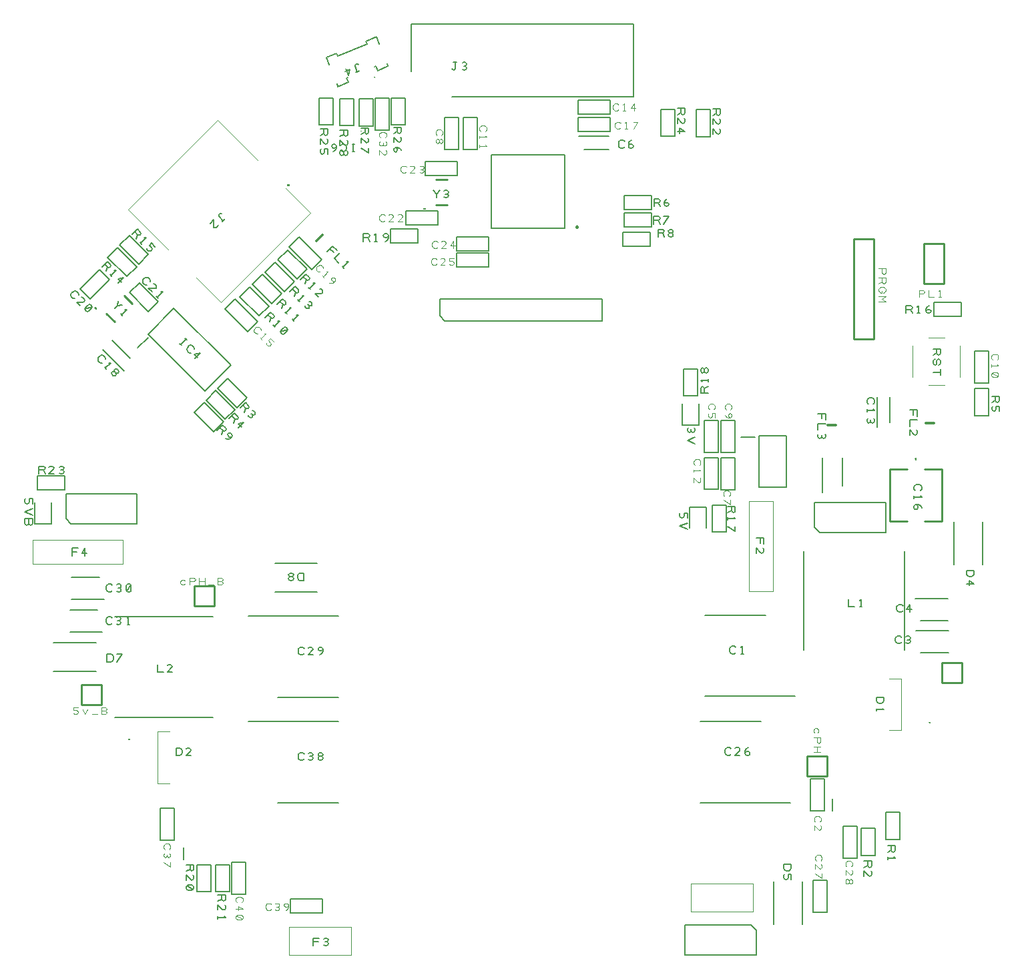
<source format=gto>
G04 DesignSpark PCB Gerber Version 12.0 Build 5942*
%FSLAX35Y35*%
%MOMM*%
%ADD12C,0.10000*%
%ADD11C,0.12700*%
%ADD10C,0.20000*%
%ADD13C,0.20320*%
%ADD16C,0.25000*%
%ADD14C,0.25400*%
%ADD15C,0.30000*%
X0Y0D02*
D02*
D10*
X39609430Y45521760D02*
Y45251760D01*
X39819430D01*
Y45521760D01*
X39845930Y43382260D02*
X40385930D01*
X40052430Y43881760D02*
X40464930D01*
X40074930Y44291760D02*
X40487430D01*
X40385930Y43744260D02*
X39845930D01*
X40402430Y44161760D02*
X40052430D01*
X40424930Y44571760D02*
X40074930D01*
X40471460Y47461060D02*
X40740160Y47192360D01*
X40619930Y42794260D02*
X41869930D01*
X40798470Y42518260D02*
G75*
G02*
X40808470I5000J0D01*
G01*
G75*
G03*
X40798470I-5000J0D01*
G01*
X40808470D02*
G75*
G02*
X40798470I-5000J0D01*
G01*
X40808470D02*
X40814400Y47351460D02*
X40588130Y47577730D01*
X40913860Y47486510D02*
X41041140Y47613790D01*
X41044670Y47659750D02*
X41369940Y47985020D01*
X42091190Y47263770D01*
X41765920Y46938500D01*
X41044670Y47659750D01*
X41491930Y40996760D02*
Y41149260D01*
X41869930Y44074260D02*
X40619930D01*
X42313430Y42746760D02*
X43460930D01*
X42313430Y44084260D02*
X43460930D01*
X42652930Y44387060D02*
X43186930D01*
X42688430Y41716760D02*
X43460930D01*
X42688430Y43054260D02*
X43460930D01*
X42815770Y49556740D02*
G75*
G02*
X42829910Y49542600I7070J-7070D01*
G01*
X42815770Y49556740D02*
G75*
G03*
X42829910Y49542600I7070J-7070D01*
G01*
X43186930Y44749460D02*
X42652930D01*
X43437310Y50838610D02*
X43452290Y50801520D01*
X43584410Y50854900D01*
X43561940Y50910530D01*
X43580480Y50918030D01*
X43914270Y51052880D02*
X43932810Y51060380D01*
X43955290Y51004740D01*
X44087410Y51058130D01*
X44072430Y51095210D01*
X43975030Y51336280D02*
X43937570Y51429000D01*
X43805450Y51375620D01*
X43820430Y51338530D01*
X43449560Y51188690D01*
X43434570Y51225780D01*
X43302450Y51172390D01*
X43339910Y51079680D01*
X44894930Y50673260D02*
X47202930D01*
Y51598260D01*
X44384930D01*
Y50988760D01*
X46328430Y49002760D02*
X45398430D01*
Y49932760D01*
X46328430D01*
Y49002760D01*
X46569930Y50004160D02*
X46889930D01*
Y50169160D02*
X46509930D01*
X47820930Y46773260D02*
Y46503260D01*
X48030930D01*
Y46773260D01*
X48121430Y45197760D02*
Y45467760D01*
X47911430D01*
Y45197760D01*
X48564930Y46353760D02*
X48739930D01*
X48792430Y46366260D02*
X49142430D01*
Y45716260D01*
X48792430D01*
Y46366260D01*
X48817430Y42746760D02*
X48044930D01*
X48877430Y44095260D02*
X48104930D01*
X48981730Y40710260D02*
Y40176260D01*
X49192430Y41716760D02*
X48044930D01*
X49252430Y43065260D02*
X48104930D01*
X49344130Y40176260D02*
Y40710260D01*
X49359930Y44901760D02*
Y43651760D01*
X49593930Y45647760D02*
Y46089260D01*
X49726930Y41614260D02*
Y41766760D01*
X49848930Y45739260D02*
Y46089260D01*
X50289430Y46861760D02*
Y46481760D01*
X50454430Y46541760D02*
Y46861760D01*
X50639930Y43651760D02*
Y44901760D01*
X50839930Y44021760D02*
X51189930D01*
X50844930Y43621760D02*
X51194930D01*
X50953890Y42732760D02*
G75*
G03*
X50963890I5000J0D01*
G01*
X50953890D02*
G75*
G02*
X50963890I5000J0D01*
G01*
X50953890D02*
X50963890D02*
G75*
G02*
X50953890I-5000J0D01*
G01*
X51189930Y44301760D02*
X50777430D01*
X51194930Y43901760D02*
X50782430D01*
X51263430Y45276760D02*
Y44736760D01*
X51625430D02*
Y45276760D01*
D02*
D11*
X39489180Y45572260D02*
X39481240Y45556380D01*
Y45532570D01*
X39489180Y45516700D01*
X39505060Y45508760D01*
X39512990D01*
X39528870Y45516700D01*
X39536810Y45532570D01*
Y45572260D01*
X39576490D01*
Y45508760D01*
Y45445260D02*
X39481240Y45405570D01*
X39576490Y45365880D01*
X39528870Y45262700D02*
X39520930Y45246820D01*
X39505060Y45238880D01*
X39489180Y45246820D01*
X39481240Y45262700D01*
Y45318260D01*
X39576490D01*
Y45262700D01*
X39568560Y45246820D01*
X39552680Y45238880D01*
X39536810Y45246820D01*
X39528870Y45262700D01*
Y45318260D01*
X39657930Y45888970D02*
Y45984220D01*
X39713490D01*
X39729370Y45976290D01*
X39737310Y45960410D01*
X39729370Y45944540D01*
X39713490Y45936600D01*
X39657930D01*
X39713490D02*
X39737310Y45888970D01*
X39848430D02*
X39784930D01*
X39840490Y45944540D01*
X39848430Y45960410D01*
X39840490Y45976290D01*
X39824620Y45984220D01*
X39800810D01*
X39784930Y45976290D01*
X39919870Y45896910D02*
X39935740Y45888970D01*
X39951620D01*
X39967490Y45896910D01*
X39975430Y45912790D01*
X39967490Y45928660D01*
X39951620Y45936600D01*
X39935740D01*
X39951620D02*
X39967490Y45944540D01*
X39975430Y45960410D01*
X39967490Y45976290D01*
X39951620Y45984220D01*
X39935740D01*
X39919870Y45976290D01*
X40000730Y45635960D02*
X40904130D01*
Y45256560D01*
X40064230D01*
X40000730Y45320060D01*
Y45635960D01*
X40117030Y48112590D02*
X40105800D01*
X40088950Y48118210D01*
X40072120Y48135050D01*
X40066510Y48151880D01*
Y48163110D01*
X40072120Y48179950D01*
X40094570Y48202400D01*
X40111410Y48208010D01*
X40122640D01*
X40139470Y48202400D01*
X40156300Y48185560D01*
X40161930Y48168730D01*
Y48157500D01*
X40184370Y48022790D02*
X40139470Y48067690D01*
X40218050Y48067700D01*
X40234890Y48073310D01*
X40240500Y48090150D01*
X40234890Y48106980D01*
X40218050Y48123820D01*
X40201210Y48129440D01*
X40240500Y47977890D02*
X40246110Y47961050D01*
X40257340Y47949830D01*
X40274170Y47944220D01*
X40291020Y47949830D01*
X40324690Y47983510D01*
X40330300Y48000350D01*
X40324690Y48017180D01*
X40313460Y48028410D01*
X40296630Y48034020D01*
X40279790Y48028410D01*
X40246110Y47994730D01*
X40240500Y47977890D01*
X40330300Y48000350D01*
X40076930Y44850070D02*
Y44945320D01*
X40156310D01*
X40140430Y44897700D02*
X40076930D01*
X40243620Y44850070D02*
Y44945320D01*
X40203930Y44881820D01*
X40267430D01*
X40457530Y47297190D02*
X40446300D01*
X40429450Y47302810D01*
X40412620Y47319650D01*
X40407010Y47336480D01*
Y47347710D01*
X40412620Y47364550D01*
X40435070Y47387000D01*
X40451910Y47392610D01*
X40463140D01*
X40479970Y47387000D01*
X40496800Y47370160D01*
X40502430Y47353330D01*
Y47342100D01*
X40491200Y47241060D02*
X40513650Y47218610D01*
X40502420Y47229840D02*
X40569770Y47297190D01*
X40547330D01*
X40620290Y47179330D02*
X40631520Y47168110D01*
X40648350Y47162500D01*
X40665190Y47168110D01*
X40670800Y47184950D01*
X40665190Y47201780D01*
X40653960Y47213010D01*
X40637130Y47218620D01*
X40620290Y47213010D01*
X40614680Y47196170D01*
X40620290Y47179330D01*
X40603450Y47184940D01*
X40586610Y47179330D01*
X40581000Y47162490D01*
X40586610Y47145650D01*
X40597840Y47134430D01*
X40614670Y47128820D01*
X40631520Y47134430D01*
X40637120Y47151270D01*
X40631520Y47168110D01*
X40458570Y48516100D02*
X40525920Y48583450D01*
X40565200Y48544160D01*
X40570830Y48527330D01*
X40565210Y48510480D01*
X40548380Y48504870D01*
X40531530Y48510490D01*
X40492250Y48549780D01*
X40531530Y48510490D02*
X40514700Y48459970D01*
X40559600Y48415060D02*
X40582050Y48392610D01*
X40570820Y48403840D02*
X40638170Y48471190D01*
X40615730D01*
X40666240Y48308430D02*
X40733590Y48375780D01*
X40660620Y48358940D01*
X40705520Y48314040D01*
X40588210Y43992650D02*
X40580270Y43984710D01*
X40564390Y43976770D01*
X40540580D01*
X40524710Y43984710D01*
X40516770Y43992650D01*
X40508830Y44008520D01*
Y44040270D01*
X40516770Y44056150D01*
X40524710Y44064090D01*
X40540580Y44072020D01*
X40564390D01*
X40580270Y44064090D01*
X40588210Y44056150D01*
X40643770Y43984710D02*
X40659640Y43976770D01*
X40675520D01*
X40691390Y43984710D01*
X40699330Y44000590D01*
X40691390Y44016460D01*
X40675520Y44024400D01*
X40659640D01*
X40675520D02*
X40691390Y44032340D01*
X40699330Y44048210D01*
X40691390Y44064090D01*
X40675520Y44072020D01*
X40659640D01*
X40643770Y44064090D01*
X40778710Y43976770D02*
X40810460D01*
X40794580D02*
Y44072020D01*
X40778710Y44056150D01*
X40591010Y44407150D02*
X40583070Y44399210D01*
X40567190Y44391270D01*
X40543380D01*
X40527510Y44399210D01*
X40519570Y44407150D01*
X40511630Y44423020D01*
Y44454770D01*
X40519570Y44470650D01*
X40527510Y44478590D01*
X40543380Y44486520D01*
X40567190D01*
X40583070Y44478590D01*
X40591010Y44470650D01*
X40646570Y44399210D02*
X40662440Y44391270D01*
X40678320D01*
X40694190Y44399210D01*
X40702130Y44415090D01*
X40694190Y44430960D01*
X40678320Y44438900D01*
X40662440D01*
X40678320D02*
X40694190Y44446840D01*
X40702130Y44462710D01*
X40694190Y44478590D01*
X40678320Y44486520D01*
X40662440D01*
X40646570Y44478590D01*
X40773570Y44399210D02*
X40789440Y44391270D01*
X40805320D01*
X40821190Y44399210D01*
X40829130Y44415090D01*
Y44462710D01*
X40821190Y44478590D01*
X40805320Y44486520D01*
X40789440D01*
X40773570Y44478590D01*
X40765630Y44462710D01*
Y44415090D01*
X40773570Y44399210D01*
X40821190Y44478590D01*
X40523030Y43502970D02*
Y43598220D01*
X40570660D01*
X40586530Y43590290D01*
X40594470Y43582350D01*
X40602410Y43566470D01*
Y43534720D01*
X40594470Y43518850D01*
X40586530Y43510910D01*
X40570660Y43502970D01*
X40523030D01*
X40650030D02*
X40713530Y43598220D01*
X40650030D01*
X40620830Y47988530D02*
X40654510Y48022210D01*
X40660120Y48083950D01*
X40654510Y48022210D02*
X40716250Y48027820D01*
X40693800Y47915560D02*
X40716250Y47893110D01*
X40705020Y47904340D02*
X40772370Y47971690D01*
X40749930D01*
X40839870Y48925700D02*
X40907220Y48993050D01*
X40946500Y48953760D01*
X40952130Y48936930D01*
X40946510Y48920080D01*
X40929680Y48914470D01*
X40912830Y48920090D01*
X40873550Y48959380D01*
X40912830Y48920090D02*
X40896000Y48869570D01*
X40940900Y48824660D02*
X40963350Y48802210D01*
X40952120Y48813440D02*
X41019470Y48880790D01*
X40997030D01*
X41025090Y48751710D02*
X41030700Y48734860D01*
X41047540Y48718030D01*
X41064370Y48712420D01*
X41081220Y48718030D01*
X41086820Y48723640D01*
X41092440Y48740480D01*
X41086830Y48757320D01*
X41058770Y48785390D01*
X41086820Y48813440D01*
X41131720Y48768540D01*
X41025630Y48284690D02*
X41014400D01*
X40997550Y48290310D01*
X40980720Y48307150D01*
X40975110Y48323980D01*
Y48335210D01*
X40980720Y48352050D01*
X41003170Y48374500D01*
X41020010Y48380110D01*
X41031240D01*
X41048070Y48374500D01*
X41064900Y48357660D01*
X41070530Y48340830D01*
Y48329600D01*
X41092970Y48194890D02*
X41048070Y48239790D01*
X41126650Y48239800D01*
X41143490Y48245410D01*
X41149100Y48262250D01*
X41143490Y48279080D01*
X41126650Y48295920D01*
X41109810Y48301540D01*
X41149100Y48138760D02*
X41171550Y48116310D01*
X41160320Y48127540D02*
X41227670Y48194890D01*
X41205230D01*
X41159930Y43468320D02*
Y43373070D01*
X41239310D01*
X41350430D02*
X41286930D01*
X41342490Y43428640D01*
X41350430Y43444510D01*
X41342490Y43460390D01*
X41326620Y43468320D01*
X41302810D01*
X41286930Y43460390D01*
X41371330Y41238260D02*
Y41644260D01*
X41193530D01*
Y41238260D01*
X41371330D01*
X41397370Y42313070D02*
Y42408320D01*
X41445000D01*
X41460870Y42400390D01*
X41468810Y42392450D01*
X41476750Y42376570D01*
Y42344820D01*
X41468810Y42328950D01*
X41460870Y42321010D01*
X41445000Y42313070D01*
X41397370D01*
X41587870D02*
X41524370D01*
X41579930Y42368640D01*
X41587870Y42384510D01*
X41579930Y42400390D01*
X41564060Y42408320D01*
X41540250D01*
X41524370Y42400390D01*
X41445000Y47541860D02*
X41467450Y47519410D01*
X41456230Y47530630D02*
X41523580Y47597980D01*
X41512350Y47609210D02*
X41534800Y47586760D01*
X41585330Y47423990D02*
X41574100D01*
X41557260Y47429610D01*
X41540420Y47446440D01*
X41534810Y47463280D01*
Y47474510D01*
X41540420Y47491340D01*
X41562870Y47513790D01*
X41579710Y47519410D01*
X41590940D01*
X41607770Y47513790D01*
X41624610Y47496960D01*
X41630230Y47480120D01*
Y47468890D01*
X41635840Y47351030D02*
X41703190Y47418380D01*
X41630220Y47401540D01*
X41675120Y47356640D01*
X41527740Y40925760D02*
X41622990D01*
Y40870200D01*
X41615060Y40854320D01*
X41599180Y40846380D01*
X41583310Y40854320D01*
X41575370Y40870200D01*
Y40925760D01*
Y40870200D02*
X41527740Y40846380D01*
Y40735260D02*
Y40798760D01*
X41583310Y40743200D01*
X41599180Y40735260D01*
X41615060Y40743200D01*
X41622990Y40759070D01*
Y40782880D01*
X41615060Y40798760D01*
X41535680Y40663820D02*
X41527740Y40647950D01*
Y40632070D01*
X41535680Y40616200D01*
X41551560Y40608260D01*
X41599180D01*
X41615060Y40616200D01*
X41622990Y40632070D01*
Y40647950D01*
X41615060Y40663820D01*
X41599180Y40671760D01*
X41551560D01*
X41535680Y40663820D01*
X41615060Y40616200D01*
X41920770Y46440100D02*
X41988120Y46507450D01*
X42027400Y46468160D01*
X42033030Y46451330D01*
X42027410Y46434480D01*
X42010580Y46428870D01*
X41993730Y46434490D01*
X41954450Y46473780D01*
X41993730Y46434490D02*
X41976900Y46383970D01*
X42027400Y46333460D02*
X42044250Y46327840D01*
X42066700Y46327850D01*
X42089150Y46339070D01*
X42105990Y46355910D01*
X42111600Y46372750D01*
X42105990Y46389580D01*
X42094760Y46400810D01*
X42077930Y46406420D01*
X42061080Y46400810D01*
X42055480Y46383970D01*
X42061080Y46367140D01*
X42072310Y46355910D01*
X42089150Y46350300D01*
X42105990Y46355910D01*
X41929740Y40545460D02*
X42024990D01*
Y40489900D01*
X42017060Y40474020D01*
X42001180Y40466080D01*
X41985310Y40474020D01*
X41977370Y40489900D01*
Y40545460D01*
Y40489900D02*
X41929740Y40466080D01*
Y40354960D02*
Y40418460D01*
X41985310Y40362900D01*
X42001180Y40354960D01*
X42017060Y40362900D01*
X42024990Y40378770D01*
Y40402580D01*
X42017060Y40418460D01*
X41929740Y40275580D02*
Y40243830D01*
Y40259710D02*
X42024990D01*
X42009120Y40275580D01*
X41974450Y49189620D02*
X41963220D01*
X41946380Y49184020D01*
X41940770Y49167170D01*
Y49155950D01*
X41996890Y49099820D01*
X41985670Y49088600D01*
X41996890Y49099820D02*
X42019340Y49122270D01*
X41828510Y49066150D02*
X41873410Y49111050D01*
X41873420Y49032470D01*
X41879030Y49015630D01*
X41895870Y49010020D01*
X41912700Y49015630D01*
X41929540Y49032470D01*
X41935160Y49049310D01*
X42073770Y46590600D02*
X42141120Y46657950D01*
X42180400Y46618660D01*
X42186030Y46601830D01*
X42180410Y46584980D01*
X42163580Y46579370D01*
X42146730Y46584990D01*
X42107450Y46624280D01*
X42146730Y46584990D02*
X42129900Y46534470D01*
X42191630Y46472730D02*
X42258990Y46540080D01*
X42186020Y46523240D01*
X42230920Y46478340D01*
X42103030Y40957760D02*
Y40551760D01*
X42280830D01*
Y40957760D01*
X42103030D01*
X42211770Y46726100D02*
X42279120Y46793450D01*
X42318400Y46754160D01*
X42324030Y46737330D01*
X42318410Y46720480D01*
X42301580Y46714870D01*
X42284730Y46720490D01*
X42245450Y46759780D01*
X42284730Y46720490D02*
X42267900Y46669970D01*
X42312800Y46636290D02*
X42318400Y46619460D01*
X42329630Y46608230D01*
X42346470Y46602620D01*
X42363310Y46608240D01*
X42368920Y46625070D01*
X42363310Y46641910D01*
X42352080Y46653140D01*
X42363310Y46641910D02*
X42380150Y46636300D01*
X42396990Y46641910D01*
X42402600Y46658750D01*
X42396990Y46675580D01*
X42385760Y46686810D01*
X42368930Y46692420D01*
X42434190Y47820230D02*
X42147100Y48107310D01*
X42021380Y47981590D01*
X42308460Y47694500D01*
X42434190Y47820230D01*
X42530970Y47872900D02*
X42598320Y47940250D01*
X42637600Y47900960D01*
X42643230Y47884130D01*
X42637610Y47867280D01*
X42620780Y47861670D01*
X42603930Y47867290D01*
X42564650Y47906580D01*
X42603930Y47867290D02*
X42587100Y47816770D01*
X42632000Y47771860D02*
X42654450Y47749410D01*
X42643220Y47760640D02*
X42710570Y47827990D01*
X42688130D01*
X42721800Y47693290D02*
X42727410Y47676450D01*
X42738640Y47665230D01*
X42755470Y47659620D01*
X42772320Y47665230D01*
X42805990Y47698910D01*
X42811600Y47715750D01*
X42805990Y47732580D01*
X42794760Y47743810D01*
X42777930Y47749420D01*
X42761090Y47743810D01*
X42727410Y47710130D01*
X42721800Y47693290D01*
X42811600Y47715750D01*
X42679770Y48040100D02*
X42747120Y48107450D01*
X42786400Y48068160D01*
X42792030Y48051330D01*
X42786410Y48034480D01*
X42769580Y48028870D01*
X42752730Y48034490D01*
X42713450Y48073780D01*
X42752730Y48034490D02*
X42735900Y47983970D01*
X42780800Y47939060D02*
X42803250Y47916610D01*
X42792020Y47927840D02*
X42859370Y47995190D01*
X42836930D01*
X42870600Y47849260D02*
X42893050Y47826810D01*
X42881820Y47838040D02*
X42949170Y47905390D01*
X42926730D01*
X42841470Y48196900D02*
X42908820Y48264250D01*
X42948100Y48224960D01*
X42953730Y48208130D01*
X42948110Y48191280D01*
X42931280Y48185670D01*
X42914430Y48191290D01*
X42875150Y48230580D01*
X42914430Y48191290D02*
X42897600Y48140770D01*
X42942500Y48095860D02*
X42964950Y48073410D01*
X42953720Y48084640D02*
X43021070Y48151990D01*
X42998630D01*
X43032300Y48017290D02*
X43037910Y48000450D01*
X43049140Y47989230D01*
X43065970Y47983620D01*
X43082820Y47989230D01*
X43088420Y48006070D01*
X43082820Y48022910D01*
X43071590Y48034130D01*
X43082820Y48022910D02*
X43099650Y48017300D01*
X43116490Y48022910D01*
X43122100Y48039750D01*
X43116490Y48056580D01*
X43105260Y48067810D01*
X43088430Y48073420D01*
X43025310Y42271450D02*
X43017370Y42263510D01*
X43001490Y42255570D01*
X42977680D01*
X42961810Y42263510D01*
X42953870Y42271450D01*
X42945930Y42287320D01*
Y42319070D01*
X42953870Y42334950D01*
X42961810Y42342890D01*
X42977680Y42350820D01*
X43001490D01*
X43017370Y42342890D01*
X43025310Y42334950D01*
X43080870Y42263510D02*
X43096740Y42255570D01*
X43112620D01*
X43128490Y42263510D01*
X43136430Y42279390D01*
X43128490Y42295260D01*
X43112620Y42303200D01*
X43096740D01*
X43112620D02*
X43128490Y42311140D01*
X43136430Y42327010D01*
X43128490Y42342890D01*
X43112620Y42350820D01*
X43096740D01*
X43080870Y42342890D01*
X43223740Y42303200D02*
X43239620D01*
X43255490Y42311140D01*
X43263430Y42327010D01*
X43255490Y42342890D01*
X43239620Y42350820D01*
X43223740D01*
X43207870Y42342890D01*
X43199930Y42327010D01*
X43207870Y42311140D01*
X43223740Y42303200D01*
X43207870Y42295260D01*
X43199930Y42279390D01*
X43207870Y42263510D01*
X43223740Y42255570D01*
X43239620D01*
X43255490Y42263510D01*
X43263430Y42279390D01*
X43255490Y42295260D01*
X43239620Y42303200D01*
X43025310Y43608950D02*
X43017370Y43601010D01*
X43001490Y43593070D01*
X42977680D01*
X42961810Y43601010D01*
X42953870Y43608950D01*
X42945930Y43624820D01*
Y43656570D01*
X42953870Y43672450D01*
X42961810Y43680390D01*
X42977680Y43688320D01*
X43001490D01*
X43017370Y43680390D01*
X43025310Y43672450D01*
X43136430Y43593070D02*
X43072930D01*
X43128490Y43648640D01*
X43136430Y43664510D01*
X43128490Y43680390D01*
X43112620Y43688320D01*
X43088810D01*
X43072930Y43680390D01*
X43223740Y43593070D02*
X43239620Y43601010D01*
X43255490Y43616890D01*
X43263430Y43640700D01*
Y43664510D01*
X43255490Y43680390D01*
X43239620Y43688320D01*
X43223740D01*
X43207870Y43680390D01*
X43199930Y43664510D01*
X43207870Y43648640D01*
X43223740Y43640700D01*
X43239620D01*
X43255490Y43648640D01*
X43263430Y43664510D01*
X42978270Y48354900D02*
X43045620Y48422250D01*
X43084900Y48382960D01*
X43090530Y48366130D01*
X43084910Y48349280D01*
X43068080Y48343670D01*
X43051230Y48349290D01*
X43011950Y48388580D01*
X43051230Y48349290D02*
X43034400Y48298770D01*
X43079300Y48253860D02*
X43101750Y48231410D01*
X43090520Y48242640D02*
X43157870Y48309990D01*
X43135430D01*
X43202770Y48130390D02*
X43157870Y48175290D01*
X43236450Y48175300D01*
X43253290Y48180910D01*
X43258900Y48197750D01*
X43253290Y48214580D01*
X43236450Y48231410D01*
X43219620Y48237040D01*
X43017430Y44629450D02*
Y44534200D01*
X42969800D01*
X42953930Y44542130D01*
X42945990Y44550070D01*
X42938050Y44565950D01*
Y44597700D01*
X42945990Y44613570D01*
X42953930Y44621510D01*
X42969800Y44629450D01*
X43017430D01*
X42866620Y44581820D02*
X42850740D01*
X42834870Y44573880D01*
X42826930Y44558010D01*
X42834870Y44542130D01*
X42850740Y44534200D01*
X42866620D01*
X42882490Y44542130D01*
X42890430Y44558010D01*
X42882490Y44573880D01*
X42866620Y44581820D01*
X42882490Y44589760D01*
X42890430Y44605630D01*
X42882490Y44621510D01*
X42866620Y44629450D01*
X42850740D01*
X42834870Y44621510D01*
X42826930Y44605630D01*
X42834870Y44589760D01*
X42850740Y44581820D01*
X43137430Y39903070D02*
Y39998320D01*
X43216810D01*
X43200930Y39950700D02*
X43137430D01*
X43272370Y39911010D02*
X43288240Y39903070D01*
X43304120D01*
X43319990Y39911010D01*
X43327930Y39926890D01*
X43319990Y39942760D01*
X43304120Y39950700D01*
X43288240D01*
X43304120D02*
X43319990Y39958640D01*
X43327930Y39974510D01*
X43319990Y39990390D01*
X43304120Y39998320D01*
X43288240D01*
X43272370Y39990390D01*
X43226740Y50260760D02*
X43321990D01*
Y50205200D01*
X43314060Y50189320D01*
X43298180Y50181380D01*
X43282310Y50189320D01*
X43274370Y50205200D01*
Y50260760D01*
Y50205200D02*
X43226740Y50181380D01*
Y50070260D02*
Y50133760D01*
X43282310Y50078200D01*
X43298180Y50070260D01*
X43314060Y50078200D01*
X43321990Y50094070D01*
Y50117880D01*
X43314060Y50133760D01*
X43234680Y50006760D02*
X43226740Y49990880D01*
Y49967070D01*
X43234680Y49951200D01*
X43250560Y49943260D01*
X43258490D01*
X43274370Y49951200D01*
X43282310Y49967070D01*
Y50006760D01*
X43321990D01*
Y49943260D01*
X43243190Y48605730D02*
X42956100Y48892810D01*
X42830380Y48767090D01*
X43117460Y48480000D01*
X43243190Y48605730D01*
X43253430Y40493160D02*
X42847430D01*
Y40315360D01*
X43253430D01*
Y40493160D01*
X43316370Y48710800D02*
X43383720Y48778150D01*
X43439850Y48722020D01*
X43394950Y48699570D02*
X43350050Y48744480D01*
X43473520Y48688350D02*
X43406170Y48620990D01*
X43462300Y48564860D01*
X43507200Y48519960D02*
X43529650Y48497510D01*
X43518420Y48508740D02*
X43585770Y48576090D01*
X43563330D01*
X43478140Y50247660D02*
X43573390D01*
Y50192100D01*
X43565460Y50176220D01*
X43549580Y50168280D01*
X43533710Y50176220D01*
X43525770Y50192100D01*
Y50247660D01*
Y50192100D02*
X43478140Y50168280D01*
Y50057160D02*
Y50120660D01*
X43533710Y50065100D01*
X43549580Y50057160D01*
X43565460Y50065100D01*
X43573390Y50080970D01*
Y50104780D01*
X43565460Y50120660D01*
X43525770Y49969850D02*
Y49953970D01*
X43533710Y49938100D01*
X43549580Y49930160D01*
X43565460Y49938100D01*
X43573390Y49953970D01*
Y49969850D01*
X43565460Y49985720D01*
X43549580Y49993660D01*
X43533710Y49985720D01*
X43525770Y49969850D01*
X43517830Y49985720D01*
X43501960Y49993660D01*
X43486080Y49985720D01*
X43478140Y49969850D01*
Y49953970D01*
X43486080Y49938100D01*
X43501960Y49930160D01*
X43517830Y49938100D01*
X43525770Y49953970D01*
X43663920Y50070250D02*
X43632170D01*
X43648040D02*
Y49975000D01*
X43663920D02*
X43632170D01*
X43481350Y50054370D02*
X43489290Y50062310D01*
X43505170Y50070250D01*
X43528980D01*
X43544850Y50062310D01*
X43552790Y50054370D01*
X43560730Y50038500D01*
Y50006750D01*
X43552790Y49990870D01*
X43544850Y49982930D01*
X43528980Y49975000D01*
X43505170D01*
X43489290Y49982930D01*
X43481350Y49990870D01*
X43433730Y50046430D02*
X43425790Y50030560D01*
X43409920Y50022620D01*
X43394040D01*
X43378170Y50030560D01*
X43370230Y50046430D01*
X43378170Y50062310D01*
X43394040Y50070250D01*
X43409920D01*
X43425790Y50062310D01*
X43433730Y50046430D01*
Y50022620D01*
X43425790Y49998810D01*
X43409920Y49982930D01*
X43394040Y49975000D01*
X43709800Y51078460D02*
X43699460Y51082850D01*
X43681770Y51084260D01*
X43670020Y51070950D01*
X43665640Y51060620D01*
X43695370Y50987030D01*
X43680650Y50981080D01*
X43695370Y50987030D02*
X43724810Y50998920D01*
X43549300Y51030740D02*
X43584980Y50942430D01*
X43597990Y51016170D01*
X43539110Y50992380D01*
X43745840Y50274860D02*
X43841090D01*
Y50219300D01*
X43833160Y50203420D01*
X43817280Y50195480D01*
X43801410Y50203420D01*
X43793470Y50219300D01*
Y50274860D01*
Y50219300D02*
X43745840Y50195480D01*
Y50084360D02*
Y50147860D01*
X43801410Y50092300D01*
X43817280Y50084360D01*
X43833160Y50092300D01*
X43841090Y50108170D01*
Y50131980D01*
X43833160Y50147860D01*
X43745840Y50020860D02*
X43841090Y49957360D01*
Y50020860D01*
X43775530Y48837770D02*
Y48933020D01*
X43831090D01*
X43846970Y48925090D01*
X43854910Y48909210D01*
X43846970Y48893340D01*
X43831090Y48885400D01*
X43775530D01*
X43831090D02*
X43854910Y48837770D01*
X43918410D02*
X43950160D01*
X43934280D02*
Y48933020D01*
X43918410Y48917150D01*
X44053340Y48837770D02*
X44069220Y48845710D01*
X44085090Y48861590D01*
X44093030Y48885400D01*
Y48909210D01*
X44085090Y48925090D01*
X44069220Y48933020D01*
X44053340D01*
X44037470Y48925090D01*
X44029530Y48909210D01*
X44037470Y48893340D01*
X44053340Y48885400D01*
X44069220D01*
X44085090Y48893340D01*
X44093030Y48909210D01*
X43926530Y50653760D02*
Y50247760D01*
X44104330D01*
Y50653760D01*
X43926530D01*
X44158540Y50285060D02*
X44253790D01*
Y50229500D01*
X44245860Y50213620D01*
X44229980Y50205680D01*
X44214110Y50213620D01*
X44206170Y50229500D01*
Y50285060D01*
Y50229500D02*
X44158540Y50205680D01*
Y50094560D02*
Y50158060D01*
X44214110Y50102500D01*
X44229980Y50094560D01*
X44245860Y50102500D01*
X44253790Y50118370D01*
Y50142180D01*
X44245860Y50158060D01*
X44182360Y50031060D02*
X44198230Y50023120D01*
X44206170Y50007250D01*
Y49991370D01*
X44198230Y49975500D01*
X44182360Y49967560D01*
X44166480Y49975500D01*
X44158540Y49991370D01*
Y50007250D01*
X44166480Y50023120D01*
X44182360Y50031060D01*
X44206170D01*
X44229980Y50023120D01*
X44245860Y50007250D01*
X44253790Y49991370D01*
X44311930Y49043860D02*
X44717930D01*
Y49221660D01*
X44311930D01*
Y49043860D01*
X44702920Y49390770D02*
Y49438400D01*
X44663230Y49486020D01*
X44702920Y49438400D02*
X44742610Y49486020D01*
X44798170Y49398710D02*
X44814040Y49390770D01*
X44829920D01*
X44845790Y49398710D01*
X44853730Y49414590D01*
X44845790Y49430460D01*
X44829920Y49438400D01*
X44814040D01*
X44829920D02*
X44845790Y49446340D01*
X44853730Y49462210D01*
X44845790Y49478090D01*
X44829920Y49486020D01*
X44814040D01*
X44798170Y49478090D01*
X44742730Y48107960D02*
X46800130D01*
Y47828560D01*
X44806230D01*
X44742730Y47892060D01*
Y48107960D01*
X44807030Y50410160D02*
Y50004160D01*
X44984830D01*
Y50410160D01*
X44807030D01*
X44894930Y51028450D02*
X44902870Y51020510D01*
X44918740Y51012570D01*
X44934620Y51020510D01*
X44942560Y51028450D01*
Y51107820D01*
X44958430D01*
X44942560D02*
X44910810D01*
X45029870Y51020510D02*
X45045740Y51012570D01*
X45061620D01*
X45077490Y51020510D01*
X45085430Y51036390D01*
X45077490Y51052260D01*
X45061620Y51060200D01*
X45045740D01*
X45061620D02*
X45077490Y51068140D01*
X45085430Y51084010D01*
X45077490Y51099890D01*
X45061620Y51107820D01*
X45045740D01*
X45029870Y51099890D01*
X44956430Y48512760D02*
X45362430D01*
Y48690560D01*
X44956430D01*
Y48512760D01*
X44958930Y48717760D02*
X45364930D01*
Y48895560D01*
X44958930D01*
Y48717760D01*
X44964430Y49854160D02*
X44558430D01*
Y49676360D01*
X44964430D01*
Y49854160D01*
X45043530Y50407660D02*
Y50001660D01*
X45221330D01*
Y50407660D01*
X45043530D01*
X46498930Y50227760D02*
X46904930D01*
Y50405560D01*
X46498930D01*
Y50227760D01*
X46501430Y50447760D02*
X46907430D01*
Y50625560D01*
X46501430D01*
Y50447760D01*
X47089310Y50037870D02*
X47081370Y50029930D01*
X47065490Y50021990D01*
X47041680D01*
X47025810Y50029930D01*
X47017870Y50037870D01*
X47009930Y50053740D01*
Y50085490D01*
X47017870Y50101370D01*
X47025810Y50109310D01*
X47041680Y50117240D01*
X47065490D01*
X47081370Y50109310D01*
X47089310Y50101370D01*
X47136930Y50045810D02*
X47144870Y50061680D01*
X47160740Y50069620D01*
X47176620D01*
X47192490Y50061680D01*
X47200430Y50045810D01*
X47192490Y50029930D01*
X47176620Y50021990D01*
X47160740D01*
X47144870Y50029930D01*
X47136930Y50045810D01*
Y50069620D01*
X47144870Y50093430D01*
X47160740Y50109310D01*
X47176620Y50117240D01*
X47455930Y49056570D02*
Y49151820D01*
X47511490D01*
X47527370Y49143890D01*
X47535310Y49128010D01*
X47527370Y49112140D01*
X47511490Y49104200D01*
X47455930D01*
X47511490D02*
X47535310Y49056570D01*
X47582930D02*
X47646430Y49151820D01*
X47582930D01*
X47460930Y49281570D02*
Y49376820D01*
X47516490D01*
X47532370Y49368890D01*
X47540310Y49353010D01*
X47532370Y49337140D01*
X47516490Y49329200D01*
X47460930D01*
X47516490D02*
X47540310Y49281570D01*
X47587930Y49305390D02*
X47595870Y49321260D01*
X47611740Y49329200D01*
X47627620D01*
X47643490Y49321260D01*
X47651430Y49305390D01*
X47643490Y49289510D01*
X47627620Y49281570D01*
X47611740D01*
X47595870Y49289510D01*
X47587930Y49305390D01*
Y49329200D01*
X47595870Y49353010D01*
X47611740Y49368890D01*
X47627620Y49376820D01*
X47513430Y48894070D02*
Y48989320D01*
X47568990D01*
X47584870Y48981390D01*
X47592810Y48965510D01*
X47584870Y48949640D01*
X47568990Y48941700D01*
X47513430D01*
X47568990D02*
X47592810Y48894070D01*
X47664240Y48941700D02*
X47680120D01*
X47695990Y48949640D01*
X47703930Y48965510D01*
X47695990Y48981390D01*
X47680120Y48989320D01*
X47664240D01*
X47648370Y48981390D01*
X47640430Y48965510D01*
X47648370Y48949640D01*
X47664240Y48941700D01*
X47648370Y48933760D01*
X47640430Y48917890D01*
X47648370Y48902010D01*
X47664240Y48894070D01*
X47680120D01*
X47695990Y48902010D01*
X47703930Y48917890D01*
X47695990Y48933760D01*
X47680120Y48941700D01*
X47756730Y50523260D02*
X47851980D01*
Y50467700D01*
X47844050Y50451820D01*
X47828170Y50443880D01*
X47812300Y50451820D01*
X47804360Y50467700D01*
Y50523260D01*
Y50467700D02*
X47756730Y50443880D01*
Y50332760D02*
Y50396260D01*
X47812300Y50340700D01*
X47828170Y50332760D01*
X47844050Y50340700D01*
X47851980Y50356570D01*
Y50380380D01*
X47844050Y50396260D01*
X47756730Y50229570D02*
X47851980D01*
X47788480Y50269260D01*
Y50205760D01*
X47796680Y45391260D02*
X47788740Y45375380D01*
Y45351570D01*
X47796680Y45335700D01*
X47812560Y45327760D01*
X47820490D01*
X47836370Y45335700D01*
X47844310Y45351570D01*
Y45391260D01*
X47883990D01*
Y45327760D01*
Y45264260D02*
X47788740Y45224570D01*
X47883990Y45184880D01*
X47892680Y46470320D02*
X47884740Y46454450D01*
Y46438570D01*
X47892680Y46422700D01*
X47908560Y46414760D01*
X47924430Y46422700D01*
X47932370Y46438570D01*
Y46454450D01*
Y46438570D02*
X47940310Y46422700D01*
X47956180Y46414760D01*
X47972060Y46422700D01*
X47979990Y46438570D01*
Y46454450D01*
X47972060Y46470320D01*
X47979990Y46351260D02*
X47884740Y46311570D01*
X47979990Y46271880D01*
X48097530Y46562760D02*
Y46156760D01*
X48275330D01*
Y46562760D01*
X48097530D01*
X48148120Y46914260D02*
X48052870D01*
Y46969820D01*
X48060800Y46985700D01*
X48076680Y46993640D01*
X48092550Y46985700D01*
X48100490Y46969820D01*
Y46914260D01*
Y46969820D02*
X48148120Y46993640D01*
Y47057140D02*
Y47088890D01*
Y47073010D02*
X48052870D01*
X48068740Y47057140D01*
X48100490Y47192070D02*
Y47207950D01*
X48092550Y47223820D01*
X48076680Y47231760D01*
X48060800Y47223820D01*
X48052870Y47207950D01*
Y47192070D01*
X48060800Y47176200D01*
X48076680Y47168260D01*
X48092550Y47176200D01*
X48100490Y47192070D01*
X48108430Y47176200D01*
X48124300Y47168260D01*
X48140180Y47176200D01*
X48148120Y47192070D01*
Y47207950D01*
X48140180Y47223820D01*
X48124300Y47231760D01*
X48108430Y47223820D01*
X48100490Y47207950D01*
X48206730Y50517760D02*
X48301980D01*
Y50462200D01*
X48294050Y50446320D01*
X48278170Y50438380D01*
X48262300Y50446320D01*
X48254360Y50462200D01*
Y50517760D01*
Y50462200D02*
X48206730Y50438380D01*
Y50327260D02*
Y50390760D01*
X48262300Y50335200D01*
X48278170Y50327260D01*
X48294050Y50335200D01*
X48301980Y50351070D01*
Y50374880D01*
X48294050Y50390760D01*
X48206730Y50200260D02*
Y50263760D01*
X48262300Y50208200D01*
X48278170Y50200260D01*
X48294050Y50208200D01*
X48301980Y50224070D01*
Y50247880D01*
X48294050Y50263760D01*
X48274830Y45688760D02*
Y46094760D01*
X48097030D01*
Y45688760D01*
X48274830D01*
X48305530Y46563540D02*
Y46157540D01*
X48483330D01*
Y46563540D01*
X48305530D01*
X48439310Y42334710D02*
X48431370Y42326770D01*
X48415490Y42318830D01*
X48391680D01*
X48375810Y42326770D01*
X48367870Y42334710D01*
X48359930Y42350580D01*
Y42382330D01*
X48367870Y42398210D01*
X48375810Y42406150D01*
X48391680Y42414080D01*
X48415490D01*
X48431370Y42406150D01*
X48439310Y42398210D01*
X48550430Y42318830D02*
X48486930D01*
X48542490Y42374400D01*
X48550430Y42390270D01*
X48542490Y42406150D01*
X48526620Y42414080D01*
X48502810D01*
X48486930Y42406150D01*
X48613930Y42342650D02*
X48621870Y42358520D01*
X48637740Y42366460D01*
X48653620D01*
X48669490Y42358520D01*
X48677430Y42342650D01*
X48669490Y42326770D01*
X48653620Y42318830D01*
X48637740D01*
X48621870Y42326770D01*
X48613930Y42342650D01*
Y42366460D01*
X48621870Y42390270D01*
X48637740Y42406150D01*
X48653620Y42414080D01*
X48396240Y45476760D02*
X48491490D01*
Y45421200D01*
X48483560Y45405320D01*
X48467680Y45397380D01*
X48451810Y45405320D01*
X48443870Y45421200D01*
Y45476760D01*
Y45421200D02*
X48396240Y45397380D01*
Y45333880D02*
Y45302130D01*
Y45318010D02*
X48491490D01*
X48475620Y45333880D01*
X48396240Y45222760D02*
X48491490Y45159260D01*
Y45222760D01*
X48499310Y43619950D02*
X48491370Y43612010D01*
X48475490Y43604070D01*
X48451680D01*
X48435810Y43612010D01*
X48427870Y43619950D01*
X48419930Y43635820D01*
Y43667570D01*
X48427870Y43683450D01*
X48435810Y43691390D01*
X48451680Y43699320D01*
X48475490D01*
X48491370Y43691390D01*
X48499310Y43683450D01*
X48562810Y43604070D02*
X48594560D01*
X48578680D02*
Y43699320D01*
X48562810Y43683450D01*
X48484830Y45687760D02*
Y46093760D01*
X48307030D01*
Y45687760D01*
X48484830D01*
X48757240Y45073760D02*
X48852490D01*
Y44994380D01*
X48804870Y45010260D02*
Y45073760D01*
X48757240Y44883260D02*
Y44946760D01*
X48812810Y44891200D01*
X48828680Y44883260D01*
X48844560Y44891200D01*
X48852490Y44907070D01*
Y44930880D01*
X48844560Y44946760D01*
X48755630Y39780560D02*
X47852230D01*
Y40159960D01*
X48692130D01*
X48755630Y40096460D01*
Y39780560D01*
X49105540Y40930560D02*
X49200790D01*
Y40882930D01*
X49192860Y40867060D01*
X49184920Y40859120D01*
X49169040Y40851180D01*
X49137290D01*
X49121420Y40859120D01*
X49113480Y40867060D01*
X49105540Y40882930D01*
Y40930560D01*
X49113480Y40803560D02*
X49105540Y40787680D01*
Y40763870D01*
X49113480Y40748000D01*
X49129360Y40740060D01*
X49137290D01*
X49153170Y40748000D01*
X49161110Y40763870D01*
Y40803560D01*
X49200790D01*
Y40740060D01*
X49474530Y40732260D02*
Y40326260D01*
X49652330D01*
Y40732260D01*
X49474530D01*
X49498730Y45524960D02*
X50402130D01*
Y45145560D01*
X49562230D01*
X49498730Y45209060D01*
Y45524960D01*
X49539340Y46652660D02*
X49634590D01*
Y46573280D01*
X49586970Y46589160D02*
Y46652660D01*
X49634590Y46525660D02*
X49539340D01*
Y46446280D01*
X49547280Y46390720D02*
X49539340Y46374850D01*
Y46358970D01*
X49547280Y46343100D01*
X49563160Y46335160D01*
X49579030Y46343100D01*
X49586970Y46358970D01*
Y46374850D01*
Y46358970D02*
X49594910Y46343100D01*
X49610780Y46335160D01*
X49626660Y46343100D01*
X49634590Y46358970D01*
Y46374850D01*
X49626660Y46390720D01*
X49618830Y41608260D02*
Y42014260D01*
X49441030D01*
Y41608260D01*
X49618830D01*
X49856030Y41415260D02*
Y41009260D01*
X50033830D01*
Y41415260D01*
X49856030D01*
X49924930Y44295820D02*
Y44200570D01*
X50004310D01*
X50067810D02*
X50099560D01*
X50083680D02*
Y44295820D01*
X50067810Y44279950D01*
X50123740Y40974260D02*
X50218990D01*
Y40918700D01*
X50211060Y40902820D01*
X50195180Y40894880D01*
X50179310Y40902820D01*
X50171370Y40918700D01*
Y40974260D01*
Y40918700D02*
X50123740Y40894880D01*
Y40783760D02*
Y40847260D01*
X50179310Y40791700D01*
X50195180Y40783760D01*
X50211060Y40791700D01*
X50218990Y40807570D01*
Y40831380D01*
X50211060Y40847260D01*
X50176620Y46772380D02*
X50168680Y46780320D01*
X50160740Y46796200D01*
Y46820010D01*
X50168680Y46835880D01*
X50176620Y46843820D01*
X50192490Y46851760D01*
X50224240D01*
X50240120Y46843820D01*
X50248060Y46835880D01*
X50255990Y46820010D01*
Y46796200D01*
X50248060Y46780320D01*
X50240120Y46772380D01*
X50160740Y46708880D02*
Y46677130D01*
Y46693010D02*
X50255990D01*
X50240120Y46708880D01*
X50168680Y46589820D02*
X50160740Y46573950D01*
Y46558070D01*
X50168680Y46542200D01*
X50184560Y46534260D01*
X50200430Y46542200D01*
X50208370Y46558070D01*
Y46573950D01*
Y46558070D02*
X50216310Y46542200D01*
X50232180Y46534260D01*
X50248060Y46542200D01*
X50255990Y46558070D01*
Y46573950D01*
X50248060Y46589820D01*
X50280740Y43053960D02*
X50375990D01*
Y43006330D01*
X50368060Y42990460D01*
X50360120Y42982520D01*
X50344240Y42974580D01*
X50312490D01*
X50296620Y42982520D01*
X50288680Y42990460D01*
X50280740Y43006330D01*
Y43053960D01*
Y42911080D02*
Y42879330D01*
Y42895210D02*
X50375990D01*
X50360120Y42911080D01*
X50422240Y41168260D02*
X50517490D01*
Y41112700D01*
X50509560Y41096820D01*
X50493680Y41088880D01*
X50477810Y41096820D01*
X50469870Y41112700D01*
Y41168260D01*
Y41112700D02*
X50422240Y41088880D01*
Y41025380D02*
Y40993630D01*
Y41009510D02*
X50517490D01*
X50501620Y41025380D01*
X50599310Y43751450D02*
X50591370Y43743510D01*
X50575490Y43735570D01*
X50551680D01*
X50535810Y43743510D01*
X50527870Y43751450D01*
X50519930Y43767320D01*
Y43799070D01*
X50527870Y43814950D01*
X50535810Y43822890D01*
X50551680Y43830820D01*
X50575490D01*
X50591370Y43822890D01*
X50599310Y43814950D01*
X50654870Y43743510D02*
X50670740Y43735570D01*
X50686620D01*
X50702490Y43743510D01*
X50710430Y43759390D01*
X50702490Y43775260D01*
X50686620Y43783200D01*
X50670740D01*
X50686620D02*
X50702490Y43791140D01*
X50710430Y43807010D01*
X50702490Y43822890D01*
X50686620Y43830820D01*
X50670740D01*
X50654870Y43822890D01*
X50619310Y44151450D02*
X50611370Y44143510D01*
X50595490Y44135570D01*
X50571680D01*
X50555810Y44143510D01*
X50547870Y44151450D01*
X50539930Y44167320D01*
Y44199070D01*
X50547870Y44214950D01*
X50555810Y44222890D01*
X50571680Y44230820D01*
X50595490D01*
X50611370Y44222890D01*
X50619310Y44214950D01*
X50706620Y44135570D02*
Y44230820D01*
X50666930Y44167320D01*
X50730430D01*
X50656930Y47925570D02*
Y48020820D01*
X50712490D01*
X50728370Y48012890D01*
X50736310Y47997010D01*
X50728370Y47981140D01*
X50712490Y47973200D01*
X50656930D01*
X50712490D02*
X50736310Y47925570D01*
X50799810D02*
X50831560D01*
X50815680D02*
Y48020820D01*
X50799810Y48004950D01*
X50910930Y47949390D02*
X50918870Y47965260D01*
X50934740Y47973200D01*
X50950620D01*
X50966490Y47965260D01*
X50974430Y47949390D01*
X50966490Y47933510D01*
X50950620Y47925570D01*
X50934740D01*
X50918870Y47933510D01*
X50910930Y47949390D01*
Y47973200D01*
X50918870Y47997010D01*
X50934740Y48012890D01*
X50950620Y48020820D01*
X50704240Y46697260D02*
X50799490D01*
Y46617880D01*
X50751870Y46633760D02*
Y46697260D01*
X50799490Y46570260D02*
X50704240D01*
Y46490880D01*
Y46379760D02*
Y46443260D01*
X50759810Y46387700D01*
X50775680Y46379760D01*
X50791560Y46387700D01*
X50799490Y46403570D01*
Y46427380D01*
X50791560Y46443260D01*
X50776320Y45673180D02*
X50768380Y45681120D01*
X50760440Y45697000D01*
Y45720810D01*
X50768380Y45736680D01*
X50776320Y45744620D01*
X50792190Y45752560D01*
X50823940D01*
X50839820Y45744620D01*
X50847760Y45736680D01*
X50855690Y45720810D01*
Y45697000D01*
X50847760Y45681120D01*
X50839820Y45673180D01*
X50760440Y45609680D02*
Y45577930D01*
Y45593810D02*
X50855690D01*
X50839820Y45609680D01*
X50784260Y45498560D02*
X50800130Y45490620D01*
X50808070Y45474750D01*
Y45458870D01*
X50800130Y45443000D01*
X50784260Y45435060D01*
X50768380Y45443000D01*
X50760440Y45458870D01*
Y45474750D01*
X50768380Y45490620D01*
X50784260Y45498560D01*
X50808070D01*
X50831880Y45490620D01*
X50847760Y45474750D01*
X50855690Y45458870D01*
X51000740Y47471760D02*
X51095990D01*
Y47416200D01*
X51088060Y47400320D01*
X51072180Y47392380D01*
X51056310Y47400320D01*
X51048370Y47416200D01*
Y47471760D01*
Y47416200D02*
X51000740Y47392380D01*
X51024560Y47344760D02*
X51008680Y47336820D01*
X51000740Y47320950D01*
Y47289200D01*
X51008680Y47273320D01*
X51024560Y47265380D01*
X51040430Y47273320D01*
X51048370Y47289200D01*
Y47320950D01*
X51056310Y47336820D01*
X51072180Y47344760D01*
X51088060Y47336820D01*
X51095990Y47320950D01*
Y47289200D01*
X51088060Y47273320D01*
X51072180Y47265380D01*
X51000740Y47178070D02*
X51095990D01*
Y47217760D02*
Y47138380D01*
X51424640Y44660460D02*
X51519890D01*
Y44612830D01*
X51511960Y44596960D01*
X51504020Y44589020D01*
X51488140Y44581080D01*
X51456390D01*
X51440520Y44589020D01*
X51432580Y44596960D01*
X51424640Y44612830D01*
Y44660460D01*
Y44493770D02*
X51519890D01*
X51456390Y44533460D01*
Y44469960D01*
X51700830Y47043260D02*
Y47449260D01*
X51523030D01*
Y47043260D01*
X51700830D01*
X51745740Y46871760D02*
X51840990D01*
Y46816200D01*
X51833060Y46800320D01*
X51817180Y46792380D01*
X51801310Y46800320D01*
X51793370Y46816200D01*
Y46871760D01*
Y46816200D02*
X51745740Y46792380D01*
X51753680Y46744760D02*
X51745740Y46728880D01*
Y46705070D01*
X51753680Y46689200D01*
X51769560Y46681260D01*
X51777490D01*
X51793370Y46689200D01*
X51801310Y46705070D01*
Y46744760D01*
X51840990D01*
Y46681260D01*
D02*
D12*
X40097630Y42845010D02*
X40112260Y42837700D01*
X40134190D01*
X40148820Y42845010D01*
X40156130Y42859640D01*
Y42866950D01*
X40148820Y42881570D01*
X40134190Y42888890D01*
X40097630D01*
Y42925450D01*
X40156130D01*
X40214630Y42896200D02*
X40243880Y42837700D01*
X40273130Y42896200D01*
X40331630Y42837700D02*
X40404760D01*
X40499820Y42881570D02*
X40514440Y42874260D01*
X40521760Y42859640D01*
X40514440Y42845010D01*
X40499820Y42837700D01*
X40448630D01*
Y42925450D01*
X40499820D01*
X40514440Y42918140D01*
X40521760Y42903510D01*
X40514440Y42888890D01*
X40499820Y42881570D01*
X40448630D01*
X40721930Y44748760D02*
X39581930D01*
Y45048760D01*
X40721930D01*
Y44748760D01*
X41163770Y41962260D02*
Y42616260D02*
X41253690Y41122230D02*
X41246380Y41129550D01*
X41239070Y41144170D01*
Y41166110D01*
X41246380Y41180730D01*
X41253690Y41188050D01*
X41268320Y41195360D01*
X41297570D01*
X41312190Y41188050D01*
X41319510Y41180730D01*
X41326820Y41166110D01*
Y41144170D01*
X41319510Y41129550D01*
X41312190Y41122230D01*
X41246380Y41071050D02*
X41239070Y41056420D01*
Y41041800D01*
X41246380Y41027170D01*
X41261010Y41019860D01*
X41275630Y41027170D01*
X41282940Y41041800D01*
Y41056420D01*
Y41041800D02*
X41290260Y41027170D01*
X41304880Y41019860D01*
X41319510Y41027170D01*
X41326820Y41041800D01*
Y41056420D01*
X41319510Y41071050D01*
X41239070Y40961360D02*
X41326820Y40902860D01*
Y40961360D01*
X41318470Y41962260D02*
Y42616260D02*
X41163770D01*
Y41962260D01*
X41318470D01*
Y42616260D02*
X41163770D01*
Y41962260D01*
X41318470D01*
Y42616260D02*
X41511930Y44531890D02*
X41497310Y44539200D01*
X41475370D01*
X41460740Y44531890D01*
X41453430Y44517260D01*
Y44502640D01*
X41460740Y44488010D01*
X41475370Y44480700D01*
X41497310D01*
X41511930Y44488010D01*
X41570430Y44480700D02*
Y44568450D01*
X41621620D01*
X41636240Y44561140D01*
X41643560Y44546510D01*
X41636240Y44531890D01*
X41621620Y44524570D01*
X41570430D01*
X41687430Y44480700D02*
Y44568450D01*
Y44524570D02*
X41760560D01*
Y44480700D02*
Y44568450D01*
X41804430Y44480700D02*
X41877560D01*
X41972620Y44524570D02*
X41987240Y44517260D01*
X41994560Y44502640D01*
X41987240Y44488010D01*
X41972620Y44480700D01*
X41921430D01*
Y44568450D01*
X41972620D01*
X41987240Y44561140D01*
X41994560Y44546510D01*
X41987240Y44531890D01*
X41972620Y44524570D01*
X41921430D01*
X42171290Y40448930D02*
X42163980Y40456250D01*
X42156670Y40470870D01*
Y40492810D01*
X42163980Y40507430D01*
X42171290Y40514750D01*
X42185920Y40522060D01*
X42215170D01*
X42229790Y40514750D01*
X42237110Y40507430D01*
X42244420Y40492810D01*
Y40470870D01*
X42237110Y40456250D01*
X42229790Y40448930D01*
X42156670Y40368500D02*
X42244420D01*
X42185920Y40405060D01*
Y40346560D01*
X42163980Y40280750D02*
X42156670Y40266120D01*
Y40251500D01*
X42163980Y40236870D01*
X42178610Y40229560D01*
X42222480D01*
X42237110Y40236870D01*
X42244420Y40251500D01*
Y40266120D01*
X42237110Y40280750D01*
X42222480Y40288060D01*
X42178610D01*
X42163980Y40280750D01*
X42237110Y40236870D01*
X42432390Y47665000D02*
X42422050Y47665010D01*
X42406540Y47670180D01*
X42391030Y47685690D01*
X42385860Y47701200D01*
X42385850Y47711540D01*
X42391030Y47727060D01*
X42411710Y47747740D01*
X42427220Y47752910D01*
X42437570D01*
X42453080Y47747740D01*
X42468590Y47732230D01*
X42473760Y47716720D01*
Y47706370D01*
X42463420Y47613300D02*
X42484100Y47592610D01*
X42473760Y47602960D02*
X42535810Y47665010D01*
X42515120Y47665000D01*
X42540980Y47546080D02*
X42546150Y47530570D01*
X42561660Y47515060D01*
X42577170Y47509880D01*
X42592690Y47515060D01*
X42597860Y47520230D01*
X42603020Y47535730D01*
X42597860Y47551260D01*
X42572000Y47577110D01*
X42597860Y47602960D01*
X42639220Y47561590D01*
X42432520Y49866460D02*
X41923400Y50375570D01*
X40788500Y49240670D01*
X41297610Y48731550D01*
X42606160Y40365920D02*
X42598840Y40358610D01*
X42584220Y40351300D01*
X42562280D01*
X42547660Y40358610D01*
X42540340Y40365920D01*
X42533030Y40380550D01*
Y40409800D01*
X42540340Y40424420D01*
X42547660Y40431740D01*
X42562280Y40439050D01*
X42584220D01*
X42598840Y40431740D01*
X42606160Y40424420D01*
X42657340Y40358610D02*
X42671970Y40351300D01*
X42686590D01*
X42701220Y40358610D01*
X42708530Y40373240D01*
X42701220Y40387860D01*
X42686590Y40395170D01*
X42671970D01*
X42686590D02*
X42701220Y40402490D01*
X42708530Y40417110D01*
X42701220Y40431740D01*
X42686590Y40439050D01*
X42671970D01*
X42657340Y40431740D01*
X42788970Y40351300D02*
X42803590Y40358610D01*
X42818220Y40373240D01*
X42825530Y40395170D01*
Y40417110D01*
X42818220Y40431740D01*
X42803590Y40439050D01*
X42788970D01*
X42774340Y40431740D01*
X42767030Y40417110D01*
X42774340Y40402490D01*
X42788970Y40395170D01*
X42803590D01*
X42818220Y40402490D01*
X42825530Y40417110D01*
X42791730Y49507250D02*
X43104270Y49194710D01*
X41969370Y48059800D01*
X41651170Y48378000D01*
X43222690Y48450100D02*
X43212350Y48450110D01*
X43196840Y48455280D01*
X43181330Y48470790D01*
X43176160Y48486300D01*
X43176150Y48496640D01*
X43181330Y48512160D01*
X43202010Y48532840D01*
X43217520Y48538010D01*
X43227870D01*
X43243380Y48532840D01*
X43258890Y48517330D01*
X43264060Y48501820D01*
Y48491470D01*
X43253720Y48398400D02*
X43274400Y48377710D01*
X43264060Y48388060D02*
X43326110Y48450110D01*
X43305420Y48450100D01*
X43341620Y48310500D02*
X43357130Y48305330D01*
X43377820D01*
X43398490Y48315670D01*
X43414010Y48331180D01*
X43419180Y48346690D01*
X43414010Y48362210D01*
X43403670Y48372550D01*
X43388160Y48377720D01*
X43372640Y48372550D01*
X43367470Y48357040D01*
X43372640Y48341520D01*
X43382980Y48331180D01*
X43398500Y48326010D01*
X43414010Y48331180D01*
X43616930Y39786260D02*
X42829930D01*
Y40142260D01*
X43616930D01*
Y39786260D01*
X43737730Y50236570D02*
G75*
G03*
X43747730I5000J0D01*
G01*
X43737730D02*
G75*
G02*
X43747730I5000J0D01*
G01*
X43912860Y50922890D02*
X43916610Y50913620D02*
G75*
G03*
X43912860Y50922890I-1870J4640D01*
G01*
X43916610Y50913620D02*
G75*
G02*
X43912860Y50922890I-1870J4640D01*
G01*
X43992890Y50152330D02*
X43985580Y50159650D01*
X43978270Y50174270D01*
Y50196210D01*
X43985580Y50210830D01*
X43992890Y50218150D01*
X44007520Y50225460D01*
X44036770D01*
X44051390Y50218150D01*
X44058710Y50210830D01*
X44066020Y50196210D01*
Y50174270D01*
X44058710Y50159650D01*
X44051390Y50152330D01*
X43985580Y50101150D02*
X43978270Y50086520D01*
Y50071900D01*
X43985580Y50057270D01*
X44000210Y50049960D01*
X44014830Y50057270D01*
X44022140Y50071900D01*
Y50086520D01*
Y50071900D02*
X44029460Y50057270D01*
X44044080Y50049960D01*
X44058710Y50057270D01*
X44066020Y50071900D01*
Y50086520D01*
X44058710Y50101150D01*
X43978270Y49932960D02*
Y49991460D01*
X44029460Y49940270D01*
X44044080Y49932960D01*
X44058710Y49940270D01*
X44066020Y49954900D01*
Y49976830D01*
X44058710Y49991460D01*
X44048560Y49104320D02*
X44041240Y49097010D01*
X44026620Y49089700D01*
X44004680D01*
X43990060Y49097010D01*
X43982740Y49104320D01*
X43975430Y49118950D01*
Y49148200D01*
X43982740Y49162820D01*
X43990060Y49170140D01*
X44004680Y49177450D01*
X44026620D01*
X44041240Y49170140D01*
X44048560Y49162820D01*
X44150930Y49089700D02*
X44092430D01*
X44143620Y49140890D01*
X44150930Y49155510D01*
X44143620Y49170140D01*
X44128990Y49177450D01*
X44107060D01*
X44092430Y49170140D01*
X44267930Y49089700D02*
X44209430D01*
X44260620Y49140890D01*
X44267930Y49155510D01*
X44260620Y49170140D01*
X44245990Y49177450D01*
X44224060D01*
X44209430Y49170140D01*
X44319060Y49721320D02*
X44311740Y49714010D01*
X44297120Y49706700D01*
X44275180D01*
X44260560Y49714010D01*
X44253240Y49721320D01*
X44245930Y49735950D01*
Y49765200D01*
X44253240Y49779820D01*
X44260560Y49787140D01*
X44275180Y49794450D01*
X44297120D01*
X44311740Y49787140D01*
X44319060Y49779820D01*
X44421430Y49706700D02*
X44362930D01*
X44414120Y49757890D01*
X44421430Y49772510D01*
X44414120Y49787140D01*
X44399490Y49794450D01*
X44377560D01*
X44362930Y49787140D01*
X44487240Y49714010D02*
X44501870Y49706700D01*
X44516490D01*
X44531120Y49714010D01*
X44538430Y49728640D01*
X44531120Y49743260D01*
X44516490Y49750570D01*
X44501870D01*
X44516490D02*
X44531120Y49757890D01*
X44538430Y49772510D01*
X44531120Y49787140D01*
X44516490Y49794450D01*
X44501870D01*
X44487240Y49787140D01*
X44706090Y48550480D02*
X44698770Y48543170D01*
X44684150Y48535860D01*
X44662210D01*
X44647590Y48543170D01*
X44640270Y48550480D01*
X44632960Y48565110D01*
Y48594360D01*
X44640270Y48608980D01*
X44647590Y48616300D01*
X44662210Y48623610D01*
X44684150D01*
X44698770Y48616300D01*
X44706090Y48608980D01*
X44808460Y48535860D02*
X44749960D01*
X44801150Y48587050D01*
X44808460Y48601670D01*
X44801150Y48616300D01*
X44786520Y48623610D01*
X44764590D01*
X44749960Y48616300D01*
X44866960Y48543170D02*
X44881590Y48535860D01*
X44903520D01*
X44918150Y48543170D01*
X44925460Y48557800D01*
Y48565110D01*
X44918150Y48579730D01*
X44903520Y48587050D01*
X44866960D01*
Y48623610D01*
X44925460D01*
X44717160Y48766420D02*
X44709840Y48759110D01*
X44695220Y48751800D01*
X44673280D01*
X44658660Y48759110D01*
X44651340Y48766420D01*
X44644030Y48781050D01*
Y48810300D01*
X44651340Y48824920D01*
X44658660Y48832240D01*
X44673280Y48839550D01*
X44695220D01*
X44709840Y48832240D01*
X44717160Y48824920D01*
X44819530Y48751800D02*
X44761030D01*
X44812220Y48802990D01*
X44819530Y48817610D01*
X44812220Y48832240D01*
X44797590Y48839550D01*
X44775660D01*
X44761030Y48832240D01*
X44914590Y48751800D02*
Y48839550D01*
X44878030Y48781050D01*
X44936530D01*
X44706490Y50183530D02*
X44699180Y50190850D01*
X44691870Y50205470D01*
Y50227410D01*
X44699180Y50242030D01*
X44706490Y50249350D01*
X44721120Y50256660D01*
X44750370D01*
X44764990Y50249350D01*
X44772310Y50242030D01*
X44779620Y50227410D01*
Y50205470D01*
X44772310Y50190850D01*
X44764990Y50183530D01*
X44735740Y50117720D02*
Y50103100D01*
X44743060Y50088470D01*
X44757680Y50081160D01*
X44772310Y50088470D01*
X44779620Y50103100D01*
Y50117720D01*
X44772310Y50132350D01*
X44757680Y50139660D01*
X44743060Y50132350D01*
X44735740Y50117720D01*
X44728430Y50132350D01*
X44713810Y50139660D01*
X44699180Y50132350D01*
X44691870Y50117720D01*
Y50103100D01*
X44699180Y50088470D01*
X44713810Y50081160D01*
X44728430Y50088470D01*
X44735740Y50103100D01*
X45262990Y50234330D02*
X45255680Y50241650D01*
X45248370Y50256270D01*
Y50278210D01*
X45255680Y50292830D01*
X45262990Y50300150D01*
X45277620Y50307460D01*
X45306870D01*
X45321490Y50300150D01*
X45328810Y50292830D01*
X45336120Y50278210D01*
Y50256270D01*
X45328810Y50241650D01*
X45321490Y50234330D01*
X45248370Y50175830D02*
Y50146580D01*
Y50161210D02*
X45336120D01*
X45321490Y50175830D01*
X45248370Y50058830D02*
Y50029580D01*
Y50044210D02*
X45336120D01*
X45321490Y50058830D01*
X47009500Y50509440D02*
X47002180Y50502130D01*
X46987560Y50494820D01*
X46965620D01*
X46951000Y50502130D01*
X46943680Y50509440D01*
X46936370Y50524070D01*
Y50553320D01*
X46943680Y50567940D01*
X46951000Y50575260D01*
X46965620Y50582570D01*
X46987560D01*
X47002180Y50575260D01*
X47009500Y50567940D01*
X47068000Y50494820D02*
X47097250D01*
X47082620D02*
Y50582570D01*
X47068000Y50567940D01*
X47206930Y50494820D02*
Y50582570D01*
X47170370Y50524070D01*
X47228870D01*
X47035660Y50278920D02*
X47028340Y50271610D01*
X47013720Y50264300D01*
X46991780D01*
X46977160Y50271610D01*
X46969840Y50278920D01*
X46962530Y50293550D01*
Y50322800D01*
X46969840Y50337420D01*
X46977160Y50344740D01*
X46991780Y50352050D01*
X47013720D01*
X47028340Y50344740D01*
X47035660Y50337420D01*
X47094160Y50264300D02*
X47123410D01*
X47108780D02*
Y50352050D01*
X47094160Y50337420D01*
X47196530Y50264300D02*
X47255030Y50352050D01*
X47196530D01*
X47926930Y40688260D02*
X48713930D01*
Y40332260D01*
X47926930D01*
Y40688260D01*
X47977990Y45999130D02*
X47970680Y46006450D01*
X47963370Y46021070D01*
Y46043010D01*
X47970680Y46057630D01*
X47977990Y46064950D01*
X47992620Y46072260D01*
X48021870D01*
X48036490Y46064950D01*
X48043810Y46057630D01*
X48051120Y46043010D01*
Y46021070D01*
X48043810Y46006450D01*
X48036490Y45999130D01*
X47963370Y45940630D02*
Y45911380D01*
Y45926010D02*
X48051120D01*
X48036490Y45940630D01*
X47963370Y45779760D02*
Y45838260D01*
X48014560Y45787070D01*
X48029180Y45779760D01*
X48043810Y45787070D01*
X48051120Y45801700D01*
Y45823630D01*
X48043810Y45838260D01*
X48161990Y46705130D02*
X48154680Y46712450D01*
X48147370Y46727070D01*
Y46749010D01*
X48154680Y46763630D01*
X48161990Y46770950D01*
X48176620Y46778260D01*
X48205870D01*
X48220490Y46770950D01*
X48227810Y46763630D01*
X48235120Y46749010D01*
Y46727070D01*
X48227810Y46712450D01*
X48220490Y46705130D01*
X48154680Y46661260D02*
X48147370Y46646630D01*
Y46624700D01*
X48154680Y46610070D01*
X48169310Y46602760D01*
X48176620D01*
X48191240Y46610070D01*
X48198560Y46624700D01*
Y46661260D01*
X48235120D01*
Y46602760D01*
X48353990Y45604130D02*
X48346680Y45611450D01*
X48339370Y45626070D01*
Y45648010D01*
X48346680Y45662630D01*
X48353990Y45669950D01*
X48368620Y45677260D01*
X48397870D01*
X48412490Y45669950D01*
X48419810Y45662630D01*
X48427120Y45648010D01*
Y45626070D01*
X48419810Y45611450D01*
X48412490Y45604130D01*
X48339370Y45560260D02*
X48427120Y45501760D01*
Y45560260D01*
X48373490Y46701130D02*
X48366180Y46708450D01*
X48358870Y46723070D01*
Y46745010D01*
X48366180Y46759630D01*
X48373490Y46766950D01*
X48388120Y46774260D01*
X48417370D01*
X48431990Y46766950D01*
X48439310Y46759630D01*
X48446620Y46745010D01*
Y46723070D01*
X48439310Y46708450D01*
X48431990Y46701130D01*
X48358870Y46635320D02*
X48366180Y46620700D01*
X48380810Y46606070D01*
X48402740Y46598760D01*
X48424680D01*
X48439310Y46606070D01*
X48446620Y46620700D01*
Y46635320D01*
X48439310Y46649950D01*
X48424680Y46657260D01*
X48410060Y46649950D01*
X48402740Y46635320D01*
Y46620700D01*
X48410060Y46606070D01*
X48424680Y46598760D01*
X48665930Y44401260D02*
Y45541260D01*
X48965930D01*
Y44401260D01*
X48665930D01*
X49534760Y42601460D02*
X49542070Y42616080D01*
Y42638020D01*
X49534760Y42652650D01*
X49520130Y42659960D01*
X49505510D01*
X49490880Y42652650D01*
X49483570Y42638020D01*
Y42616080D01*
X49490880Y42601460D01*
X49483570Y42542960D02*
X49571320D01*
Y42491770D01*
X49564010Y42477150D01*
X49549380Y42469830D01*
X49534760Y42477150D01*
X49527440Y42491770D01*
Y42542960D01*
X49483570Y42425960D02*
X49571320D01*
X49527440D02*
Y42352830D01*
X49483570D02*
X49571320D01*
X49505590Y41472830D02*
X49498280Y41480150D01*
X49490970Y41494770D01*
Y41516710D01*
X49498280Y41531330D01*
X49505590Y41538650D01*
X49520220Y41545960D01*
X49549470D01*
X49564090Y41538650D01*
X49571410Y41531330D01*
X49578720Y41516710D01*
Y41494770D01*
X49571410Y41480150D01*
X49564090Y41472830D01*
X49490970Y41370460D02*
Y41428960D01*
X49542160Y41377770D01*
X49556780Y41370460D01*
X49571410Y41377770D01*
X49578720Y41392400D01*
Y41414330D01*
X49571410Y41428960D01*
X49516990Y40976630D02*
X49509680Y40983950D01*
X49502370Y40998570D01*
Y41020510D01*
X49509680Y41035130D01*
X49516990Y41042450D01*
X49531620Y41049760D01*
X49560870D01*
X49575490Y41042450D01*
X49582810Y41035130D01*
X49590120Y41020510D01*
Y40998570D01*
X49582810Y40983950D01*
X49575490Y40976630D01*
X49502370Y40874260D02*
Y40932760D01*
X49553560Y40881570D01*
X49568180Y40874260D01*
X49582810Y40881570D01*
X49590120Y40896200D01*
Y40918130D01*
X49582810Y40932760D01*
X49502370Y40815760D02*
X49590120Y40757260D01*
Y40815760D01*
X49903990Y40905130D02*
X49896680Y40912450D01*
X49889370Y40927070D01*
Y40949010D01*
X49896680Y40963630D01*
X49903990Y40970950D01*
X49918620Y40978260D01*
X49947870D01*
X49962490Y40970950D01*
X49969810Y40963630D01*
X49977120Y40949010D01*
Y40927070D01*
X49969810Y40912450D01*
X49962490Y40905130D01*
X49889370Y40802760D02*
Y40861260D01*
X49940560Y40810070D01*
X49955180Y40802760D01*
X49969810Y40810070D01*
X49977120Y40824700D01*
Y40846630D01*
X49969810Y40861260D01*
X49933240Y40722320D02*
Y40707700D01*
X49940560Y40693070D01*
X49955180Y40685760D01*
X49969810Y40693070D01*
X49977120Y40707700D01*
Y40722320D01*
X49969810Y40736950D01*
X49955180Y40744260D01*
X49940560Y40736950D01*
X49933240Y40722320D01*
X49925930Y40736950D01*
X49911310Y40744260D01*
X49896680Y40736950D01*
X49889370Y40722320D01*
Y40707700D01*
X49896680Y40693070D01*
X49911310Y40685760D01*
X49925930Y40693070D01*
X49933240Y40707700D01*
X50309870Y48492760D02*
X50397620D01*
Y48441570D01*
X50390310Y48426950D01*
X50375680Y48419630D01*
X50361060Y48426950D01*
X50353740Y48441570D01*
Y48492760D01*
X50309870Y48375760D02*
X50397620D01*
Y48324570D01*
X50390310Y48309950D01*
X50375680Y48302630D01*
X50361060Y48309950D01*
X50353740Y48324570D01*
Y48375760D01*
Y48324570D02*
X50309870Y48302630D01*
X50346430Y48207570D02*
Y48185630D01*
X50339120D01*
X50324490Y48192950D01*
X50317180Y48200260D01*
X50309870Y48214880D01*
Y48229510D01*
X50317180Y48244130D01*
X50324490Y48251450D01*
X50339120Y48258760D01*
X50368370D01*
X50382990Y48251450D01*
X50390310Y48244130D01*
X50397620Y48229510D01*
Y48214880D01*
X50390310Y48200260D01*
X50382990Y48192950D01*
X50368370Y48185630D01*
X50309870Y48141760D02*
X50397620D01*
X50353740Y48105200D01*
X50397620Y48068630D01*
X50309870D01*
X50443890Y42634760D02*
X50598590D01*
Y43288760D01*
X50443890D01*
Y42634760D02*
X50598590D01*
Y43288760D01*
X50443890D01*
Y42634760D02*
Y43288760D02*
X50598590Y42634760D02*
Y43288760D02*
X50741930Y47516760D02*
Y47116760D01*
X50821530Y48130900D02*
Y48218650D01*
X50872720D01*
X50887340Y48211340D01*
X50894660Y48196710D01*
X50887340Y48182090D01*
X50872720Y48174770D01*
X50821530D01*
X50938530Y48218650D02*
Y48130900D01*
X51011660D01*
X51070160D02*
X51099410D01*
X51084780D02*
Y48218650D01*
X51070160Y48204020D01*
X50941930Y47016760D02*
X51141930D01*
X50941930Y47616760D02*
X51141930D01*
X51341930Y47516760D02*
Y47116760D01*
X51753490Y47333630D02*
X51746180Y47340950D01*
X51738870Y47355570D01*
Y47377510D01*
X51746180Y47392130D01*
X51753490Y47399450D01*
X51768120Y47406760D01*
X51797370D01*
X51811990Y47399450D01*
X51819310Y47392130D01*
X51826620Y47377510D01*
Y47355570D01*
X51819310Y47340950D01*
X51811990Y47333630D01*
X51738870Y47275130D02*
Y47245880D01*
Y47260510D02*
X51826620D01*
X51811990Y47275130D01*
X51746180Y47165450D02*
X51738870Y47150820D01*
Y47136200D01*
X51746180Y47121570D01*
X51760810Y47114260D01*
X51804680D01*
X51819310Y47121570D01*
X51826620Y47136200D01*
Y47150820D01*
X51819310Y47165450D01*
X51804680Y47172760D01*
X51760810D01*
X51746180Y47165450D01*
X51819310Y47121570D01*
D02*
D13*
X39642430Y45686360D02*
Y45864160D01*
X39986430D01*
Y45686360D01*
X39642430D01*
X40428400Y48475950D02*
X40554120Y48350230D01*
X40310880Y48106980D01*
X40185150Y48232710D01*
X40428400Y48475950D01*
X40805240Y48187230D02*
X40930960Y48312950D01*
X41174210Y48069710D01*
X41048480Y47943980D01*
X40805240Y48187230D01*
X40897620Y48516290D02*
X40771900Y48390570D01*
X40528650Y48633810D01*
X40654380Y48759540D01*
X40897620Y48516290D01*
X41049120Y48670290D02*
X40923400Y48544570D01*
X40680150Y48787810D01*
X40805880Y48913540D01*
X41049120Y48670290D01*
X41628740Y46666230D02*
X41754460Y46791950D01*
X41997710Y46548710D01*
X41871980Y46422980D01*
X41628740Y46666230D01*
X41661030Y40929760D02*
X41838830D01*
Y40585760D01*
X41661030D01*
Y40929760D01*
X42074830Y40583760D02*
X41897030D01*
Y40927760D01*
X42074830D01*
Y40583760D01*
X42147120Y46704290D02*
X42021400Y46578570D01*
X41778150Y46821810D01*
X41903880Y46947540D01*
X42147120Y46704290D01*
X42297620Y46852290D02*
X42171900Y46726570D01*
X41928650Y46969810D01*
X42054380Y47095540D01*
X42297620Y46852290D01*
X42578120Y48016290D02*
X42452400Y47890570D01*
X42209150Y48133810D01*
X42334880Y48259540D01*
X42578120Y48016290D01*
X42738120Y48173790D02*
X42612400Y48048070D01*
X42369150Y48291310D01*
X42494880Y48417040D01*
X42738120Y48173790D01*
X42899120Y48327290D02*
X42773400Y48201570D01*
X42530150Y48444810D01*
X42655880Y48570540D01*
X42899120Y48327290D01*
X43056620Y48484790D02*
X42930900Y48359070D01*
X42687650Y48602310D01*
X42813380Y48728040D01*
X43056620Y48484790D01*
X43391330Y50312260D02*
X43213530D01*
Y50656260D01*
X43391330D01*
Y50312260D01*
X43653830Y50303260D02*
X43476030D01*
Y50647260D01*
X43653830D01*
Y50303260D01*
X43897830Y50300260D02*
X43720030D01*
Y50644260D01*
X43897830D01*
Y50300260D01*
X44122430Y48818860D02*
Y48996660D01*
X44466430D01*
Y48818860D01*
X44122430D01*
X44307830Y50311760D02*
X44130030D01*
Y50655760D01*
X44307830D01*
Y50311760D01*
X47408930Y48956660D02*
Y48778860D01*
X47064930D01*
Y48956660D01*
X47408930D01*
X47428930Y49196660D02*
Y49018860D01*
X47084930D01*
Y49196660D01*
X47428930D01*
Y49421660D02*
Y49243860D01*
X47084930D01*
Y49421660D01*
X47428930D01*
X47545030Y50513260D02*
X47722830D01*
Y50169260D01*
X47545030D01*
Y50513260D01*
X47995030Y50507760D02*
X48172830D01*
Y50163760D01*
X47995030D01*
Y50507760D01*
X48015830Y46876260D02*
X47838030D01*
Y47220260D01*
X48015830D01*
Y46876260D01*
X48378830Y45146760D02*
X48201030D01*
Y45490760D01*
X48378830D01*
Y45146760D01*
X50268830Y41048760D02*
X50091030D01*
Y41392760D01*
X50268830D01*
Y41048760D01*
X50578330Y41248760D02*
X50400530D01*
Y41592760D01*
X50578330D01*
Y41248760D01*
X51354930Y48065660D02*
Y47887860D01*
X51010930D01*
Y48065660D01*
X51354930D01*
X51705830Y46623760D02*
X51528030D01*
Y46967760D01*
X51705830D01*
Y46623760D01*
D02*
D14*
X40201930Y43211760D02*
Y42957760D01*
X40455930D01*
Y43211760D01*
X40201930D01*
X40381790Y47982060D02*
G75*
G02*
X40373450Y47990410I-4170J4180D01*
G01*
X40381790Y47982060D02*
G75*
G02*
X40373450Y47990410I-4170J4180D01*
G01*
G75*
G02*
X40381790Y47982060I4170J-4170D01*
G01*
X40511760Y47923660D02*
X40617830Y47817590D01*
X40738030Y48149930D02*
X40844100Y48043860D01*
X41632430Y44462760D02*
Y44208760D01*
X41886430D01*
Y44462760D01*
X41632430D01*
X44557730Y49247160D02*
G75*
G02*
X44545930I-5900J0D01*
G01*
X44557730D02*
G75*
G02*
X44545930I-5900J0D01*
G01*
G75*
G02*
X44557730I5900J0D01*
G01*
X44690930Y49297760D02*
X44840930D01*
X44690930Y49617760D02*
X44840930D01*
X49402930Y42308760D02*
Y42054760D01*
X49656930D01*
Y42308760D01*
X49402930D01*
X49997930Y48869760D02*
Y47599760D01*
X50251930D01*
Y48869760D01*
X49997930D01*
X50673930Y45946760D02*
X50453930D01*
Y45286760D01*
X50673930D01*
X50780130Y46066610D02*
G75*
G02*
Y46076310I0J4850D01*
G01*
Y46066610D02*
G75*
G02*
Y46076310I0J4850D01*
G01*
G75*
G02*
Y46066610I0J-4850D01*
G01*
X50885030Y48807460D02*
Y48299460D01*
X51139030D01*
Y48807460D01*
X50885030D01*
X50893930Y45946760D02*
X51113930D01*
Y45286760D01*
X50893930D01*
X51107930Y43493760D02*
Y43239760D01*
X51361930D01*
Y43493760D01*
X51107930D01*
D02*
D15*
X43255700Y48919620D02*
X43181450Y48845370D01*
X49663930Y46508260D02*
X49768930D01*
X50906430Y46528260D02*
X51011430D01*
D02*
D16*
X46473430Y49017760D02*
G75*
G02*
X46498430I12500J0D01*
G01*
X46473430D02*
G75*
G02*
X46498430I12500J0D01*
G01*
G75*
G02*
X46473430I-12500J0D01*
G01*
X0Y0D02*
M02*

</source>
